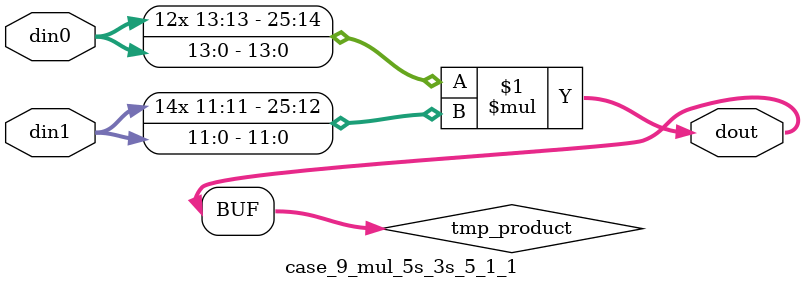
<source format=v>

`timescale 1 ns / 1 ps

 module case_9_mul_5s_3s_5_1_1(din0, din1, dout);
parameter ID = 1;
parameter NUM_STAGE = 0;
parameter din0_WIDTH = 14;
parameter din1_WIDTH = 12;
parameter dout_WIDTH = 26;

input [din0_WIDTH - 1 : 0] din0; 
input [din1_WIDTH - 1 : 0] din1; 
output [dout_WIDTH - 1 : 0] dout;

wire signed [dout_WIDTH - 1 : 0] tmp_product;



























assign tmp_product = $signed(din0) * $signed(din1);








assign dout = tmp_product;





















endmodule

</source>
